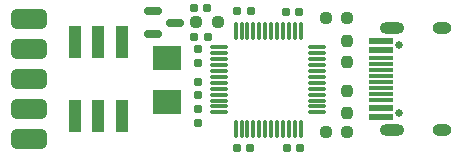
<source format=gts>
G04 #@! TF.GenerationSoftware,KiCad,Pcbnew,(6.0.11-0)*
G04 #@! TF.CreationDate,2023-02-20T23:18:05+08:00*
G04 #@! TF.ProjectId,ublaster_jtag,75626c61-7374-4657-925f-6a7461672e6b,rev?*
G04 #@! TF.SameCoordinates,Original*
G04 #@! TF.FileFunction,Soldermask,Top*
G04 #@! TF.FilePolarity,Negative*
%FSLAX46Y46*%
G04 Gerber Fmt 4.6, Leading zero omitted, Abs format (unit mm)*
G04 Created by KiCad (PCBNEW (6.0.11-0)) date 2023-02-20 23:18:05*
%MOMM*%
%LPD*%
G01*
G04 APERTURE LIST*
G04 Aperture macros list*
%AMRoundRect*
0 Rectangle with rounded corners*
0 $1 Rounding radius*
0 $2 $3 $4 $5 $6 $7 $8 $9 X,Y pos of 4 corners*
0 Add a 4 corners polygon primitive as box body*
4,1,4,$2,$3,$4,$5,$6,$7,$8,$9,$2,$3,0*
0 Add four circle primitives for the rounded corners*
1,1,$1+$1,$2,$3*
1,1,$1+$1,$4,$5*
1,1,$1+$1,$6,$7*
1,1,$1+$1,$8,$9*
0 Add four rect primitives between the rounded corners*
20,1,$1+$1,$2,$3,$4,$5,0*
20,1,$1+$1,$4,$5,$6,$7,0*
20,1,$1+$1,$6,$7,$8,$9,0*
20,1,$1+$1,$8,$9,$2,$3,0*%
G04 Aperture macros list end*
%ADD10RoundRect,0.155000X-0.212500X-0.155000X0.212500X-0.155000X0.212500X0.155000X-0.212500X0.155000X0*%
%ADD11RoundRect,0.155000X0.212500X0.155000X-0.212500X0.155000X-0.212500X-0.155000X0.212500X-0.155000X0*%
%ADD12RoundRect,0.237500X-0.250000X-0.237500X0.250000X-0.237500X0.250000X0.237500X-0.250000X0.237500X0*%
%ADD13RoundRect,0.155000X-0.155000X0.212500X-0.155000X-0.212500X0.155000X-0.212500X0.155000X0.212500X0*%
%ADD14C,0.650000*%
%ADD15R,1.450000X0.600000*%
%ADD16R,2.000000X0.300000*%
%ADD17R,2.000000X0.600000*%
%ADD18O,2.100000X1.000000*%
%ADD19O,1.600000X1.000000*%
%ADD20R,2.400000X2.000000*%
%ADD21RoundRect,0.155000X0.155000X-0.212500X0.155000X0.212500X-0.155000X0.212500X-0.155000X-0.212500X0*%
%ADD22RoundRect,0.075000X-0.075000X-0.662500X0.075000X-0.662500X0.075000X0.662500X-0.075000X0.662500X0*%
%ADD23RoundRect,0.075000X-0.662500X-0.075000X0.662500X-0.075000X0.662500X0.075000X-0.662500X0.075000X0*%
%ADD24RoundRect,0.237500X0.237500X-0.250000X0.237500X0.250000X-0.237500X0.250000X-0.237500X-0.250000X0*%
%ADD25RoundRect,0.237500X0.250000X0.237500X-0.250000X0.237500X-0.250000X-0.237500X0.250000X-0.237500X0*%
%ADD26RoundRect,0.425000X-1.075000X-0.425000X1.075000X-0.425000X1.075000X0.425000X-1.075000X0.425000X0*%
%ADD27RoundRect,0.237500X-0.237500X0.250000X-0.237500X-0.250000X0.237500X-0.250000X0.237500X0.250000X0*%
%ADD28RoundRect,0.150000X-0.587500X-0.150000X0.587500X-0.150000X0.587500X0.150000X-0.587500X0.150000X0*%
%ADD29R,1.000000X2.750000*%
G04 APERTURE END LIST*
D10*
G04 #@! TO.C,C11*
X24908700Y-6324600D03*
X26043700Y-6324600D03*
G04 #@! TD*
D11*
G04 #@! TO.C,C51*
X32731900Y-15697200D03*
X33866900Y-15697200D03*
G04 #@! TD*
D12*
G04 #@! TO.C,R22*
X36044500Y-14351000D03*
X37869500Y-14351000D03*
G04 #@! TD*
D13*
G04 #@! TO.C,C49*
X25247600Y-10125900D03*
X25247600Y-11260900D03*
G04 #@! TD*
D14*
G04 #@! TO.C,J4*
X42205600Y-6990600D03*
X42205600Y-12770600D03*
D15*
X40760600Y-13130600D03*
X40760600Y-12330600D03*
D16*
X40760600Y-11130600D03*
X40760600Y-10130600D03*
X40760600Y-9630600D03*
X40760600Y-8630600D03*
D15*
X40760600Y-7430600D03*
D17*
X40760600Y-6630600D03*
X40760600Y-6630600D03*
X40760600Y-7430600D03*
D16*
X40760600Y-8130600D03*
X40760600Y-9130600D03*
X40760600Y-10630600D03*
X40760600Y-11630600D03*
D17*
X40760600Y-12330600D03*
X40760600Y-13130600D03*
D18*
X41675600Y-14200600D03*
D19*
X45855600Y-14200600D03*
D18*
X41675600Y-5560600D03*
D19*
X45855600Y-5560600D03*
G04 #@! TD*
D20*
G04 #@! TO.C,Y2*
X22631400Y-8132200D03*
X22631400Y-11832200D03*
G04 #@! TD*
D21*
G04 #@! TO.C,C17*
X25247600Y-13597700D03*
X25247600Y-12462700D03*
G04 #@! TD*
D22*
G04 #@! TO.C,U1*
X28415800Y-5794300D03*
X28915800Y-5794300D03*
X29415800Y-5794300D03*
X29915800Y-5794300D03*
X30415800Y-5794300D03*
X30915800Y-5794300D03*
X31415800Y-5794300D03*
X31915800Y-5794300D03*
X32415800Y-5794300D03*
X32915800Y-5794300D03*
X33415800Y-5794300D03*
X33915800Y-5794300D03*
D23*
X35328300Y-7206800D03*
X35328300Y-7706800D03*
X35328300Y-8206800D03*
X35328300Y-8706800D03*
X35328300Y-9206800D03*
X35328300Y-9706800D03*
X35328300Y-10206800D03*
X35328300Y-10706800D03*
X35328300Y-11206800D03*
X35328300Y-11706800D03*
X35328300Y-12206800D03*
X35328300Y-12706800D03*
D22*
X33915800Y-14119300D03*
X33415800Y-14119300D03*
X32915800Y-14119300D03*
X32415800Y-14119300D03*
X31915800Y-14119300D03*
X31415800Y-14119300D03*
X30915800Y-14119300D03*
X30415800Y-14119300D03*
X29915800Y-14119300D03*
X29415800Y-14119300D03*
X28915800Y-14119300D03*
X28415800Y-14119300D03*
D23*
X27003300Y-12706800D03*
X27003300Y-12206800D03*
X27003300Y-11706800D03*
X27003300Y-11206800D03*
X27003300Y-10706800D03*
X27003300Y-10206800D03*
X27003300Y-9706800D03*
X27003300Y-9206800D03*
X27003300Y-8706800D03*
X27003300Y-8206800D03*
X27003300Y-7706800D03*
X27003300Y-7206800D03*
G04 #@! TD*
D24*
G04 #@! TO.C,R19*
X37871400Y-12748900D03*
X37871400Y-10923900D03*
G04 #@! TD*
D10*
G04 #@! TO.C,C48*
X32681100Y-4191000D03*
X33816100Y-4191000D03*
G04 #@! TD*
D25*
G04 #@! TO.C,R23*
X26896700Y-5054600D03*
X25071700Y-5054600D03*
G04 #@! TD*
D26*
G04 #@! TO.C,J3*
X10896600Y-4831000D03*
X10896600Y-7371000D03*
X10896600Y-9911000D03*
X10896600Y-12451000D03*
X10896600Y-14991000D03*
G04 #@! TD*
D10*
G04 #@! TO.C,C50*
X28515500Y-15697200D03*
X29650500Y-15697200D03*
G04 #@! TD*
D13*
G04 #@! TO.C,C16*
X25247600Y-7357300D03*
X25247600Y-8492300D03*
G04 #@! TD*
D27*
G04 #@! TO.C,R24*
X37846000Y-6631300D03*
X37846000Y-8456300D03*
G04 #@! TD*
D11*
G04 #@! TO.C,C5*
X25992900Y-3835400D03*
X24857900Y-3835400D03*
G04 #@! TD*
G04 #@! TO.C,C52*
X29675900Y-4165600D03*
X28540900Y-4165600D03*
G04 #@! TD*
D28*
G04 #@! TO.C,U6*
X21439900Y-4155400D03*
X21439900Y-6055400D03*
X23314900Y-5105400D03*
G04 #@! TD*
D12*
G04 #@! TO.C,R20*
X36044500Y-4724400D03*
X37869500Y-4724400D03*
G04 #@! TD*
D29*
G04 #@! TO.C,J8*
X18789400Y-13005600D03*
X18789400Y-6755600D03*
X16789400Y-13005600D03*
X16789400Y-6755600D03*
X14789400Y-13005600D03*
X14789400Y-6755600D03*
G04 #@! TD*
M02*

</source>
